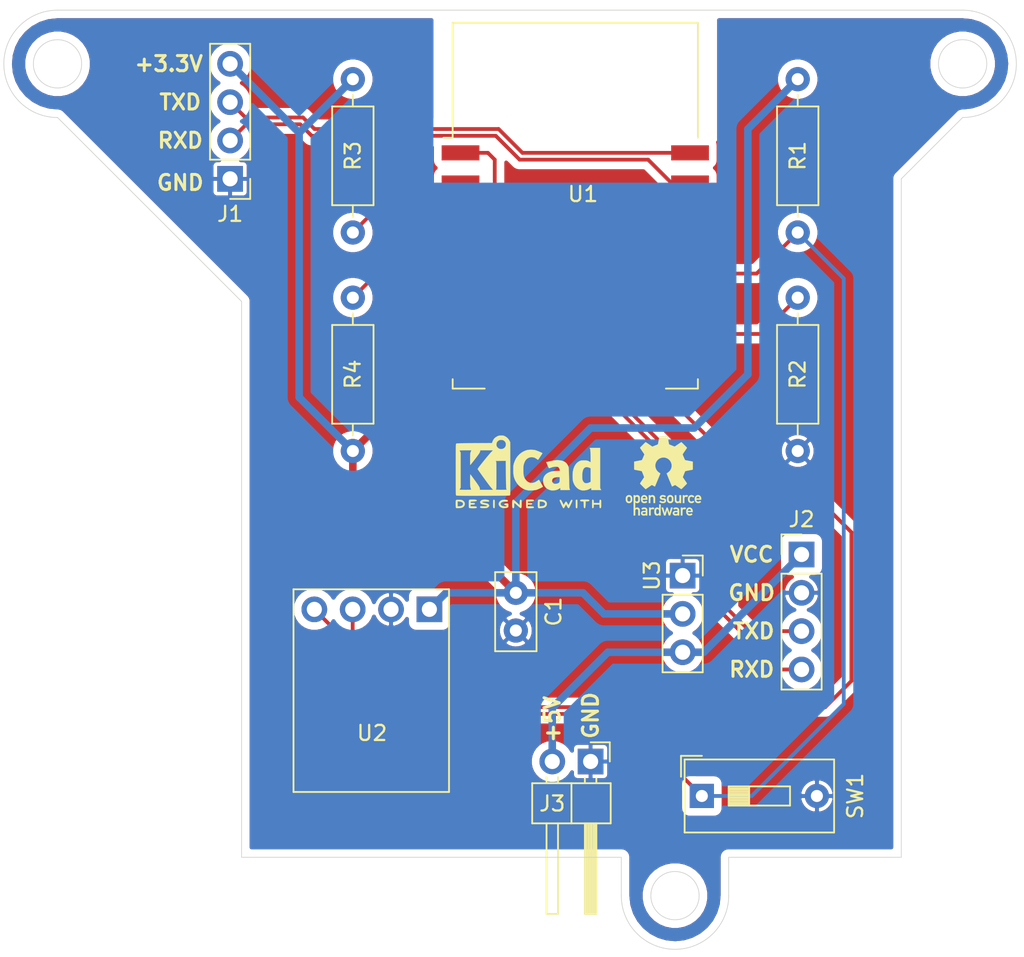
<source format=kicad_pcb>
(kicad_pcb (version 20171130) (host pcbnew "(5.1.10)-1")
  (layers (0 F.Cu signal) (31 B.Cu signal) (34 B.Paste user) (35 F.Paste user) (36 B.SilkS user) (37 F.SilkS user) (38 B.Mask user) (39 F.Mask user) (44 Edge.Cuts user))
  (net 0 "")
  (net 1 GND)
  (net 2 +3V3)
  (net 3 RXD)
  (net 4 TXD)
  (net 5 SDA)
  (net 6 VCC)
  (net 7 "Net-(R2-Pad2)")
  (net 8 "Net-(R3-Pad1)")
  (net 9 RST)
  (net 10 "Net-(U1-Pad7)")
  (net 11 "Net-(U1-Pad6)")
  (net 12 "Net-(U1-Pad5)")
  (net 13 "Net-(U1-Pad2)")
  (net 14 SCL)
  (net 15 SDS_RX)
  (net 16 SDS_TX)
  (module Capacitor_THT:C_Disc_D5.0mm_W2.5mm_P2.50mm (layer F.Cu) (at 140.081 101.854 270)
    (fp_text reference C1 (at 1.25 -2.5 90) (layer F.SilkS))
    (fp_text value C)
    (pad 2 thru_hole circle (at 2.5 0 270) (size 1.6 1.6) (drill 0.8) (layers *.Cu *.Mask) (net 1 GND))
    (pad 1 thru_hole circle (at 0 0 270) (size 1.6 1.6) (drill 0.8) (layers *.Cu *.Mask) (net 2 +3V3))
  )
  (module custom_parts:kicad (layer F.Cu) (at 140.843 93.853)
    (fp_text reference G*** hide)
    (fp_text value LOGO hide)
  )
  (module custom_parts:oshw (layer F.Cu) (at 149.86 94.107)
    (fp_text reference G*** hide)
    (fp_text value LOGO hide)
  )
  (module Connector_PinHeader_2.54mm:PinHeader_1x04_P2.54mm_Vertical (layer F.Cu) (at 159.004 99.314)
    (fp_text reference J2 (at 0 -2.33) (layer F.SilkS))
    (fp_text value Conn_01x04)
    (pad 4 thru_hole oval (at 0 7.62) (size 1.7 1.7) (drill 1) (layers *.Cu *.Mask) (net 16 SDS_TX))
    (pad 3 thru_hole oval (at 0 5.08) (size 1.7 1.7) (drill 1) (layers *.Cu *.Mask) (net 15 SDS_RX))
    (pad 2 thru_hole oval (at 0 2.54) (size 1.7 1.7) (drill 1) (layers *.Cu *.Mask) (net 1 GND))
    (pad 1 thru_hole rect (at 0 0) (size 1.7 1.7) (drill 1) (layers *.Cu *.Mask) (net 6 VCC))
  )
  (module custom_parts:bme280 (layer F.Cu) (at 130.556 107.95 180)
    (fp_text reference U2 (at 0 -3.2) (layer F.SilkS))
    (fp_text value bme280_module)
    (pad 4 thru_hole oval (at 3.82 5 270) (size 1.7 1.7) (drill 1) (layers *.Cu *.Mask) (net 5 SDA))
    (pad 3 thru_hole oval (at 1.28 5 270) (size 1.7 1.7) (drill 1) (layers *.Cu *.Mask) (net 14 SCL))
    (pad 2 thru_hole oval (at -1.26 5 270) (size 1.7 1.7) (drill 1) (layers *.Cu *.Mask) (net 1 GND))
    (pad 1 thru_hole rect (at -3.8 5 270) (size 1.7 1.7) (drill 1) (layers *.Cu *.Mask) (net 2 +3V3))
  )
  (module Connector_PinHeader_2.54mm:PinHeader_1x04_P2.54mm_Vertical (layer F.Cu) (at 121.158 74.422 180)
    (fp_text reference J1 (at 0 -2.33) (layer F.SilkS))
    (fp_text value Conn_01x04)
    (pad 4 thru_hole oval (at 0 7.62 180) (size 1.7 1.7) (drill 1) (layers *.Cu *.Mask) (net 2 +3V3))
    (pad 3 thru_hole oval (at 0 5.08 180) (size 1.7 1.7) (drill 1) (layers *.Cu *.Mask) (net 4 TXD))
    (pad 2 thru_hole oval (at 0 2.54 180) (size 1.7 1.7) (drill 1) (layers *.Cu *.Mask) (net 3 RXD))
    (pad 1 thru_hole rect (at 0 0 180) (size 1.7 1.7) (drill 1) (layers *.Cu *.Mask) (net 1 GND))
  )
  (module Connector_PinSocket_2.54mm:PinSocket_1x03_P2.54mm_Vertical (layer F.Cu) (at 151.13 100.711)
    (fp_text reference U3 (at -2.032 0 -90) (layer F.SilkS))
    (fp_text value AMS1117-3.3)
    (pad 3 thru_hole oval (at 0 5.08) (size 1.7 1.7) (drill 1) (layers *.Cu *.Mask) (net 6 VCC))
    (pad 2 thru_hole oval (at 0 2.54) (size 1.7 1.7) (drill 1) (layers *.Cu *.Mask) (net 2 +3V3))
    (pad 1 thru_hole rect (at 0 0) (size 1.7 1.7) (drill 1) (layers *.Cu *.Mask) (net 1 GND))
  )
  (module custom_parts:ESP-12F (layer F.Cu) (at 144.018 76.2)
    (fp_text reference U1 (at 0.508 -0.762) (layer F.SilkS))
    (fp_text value ESP-12F)
    (pad 22 smd rect (at 7.6 -3.5) (size 2.5 1) (layers F.Cu F.Paste F.Mask) (net 4 TXD))
    (pad 21 smd rect (at 7.6 -1.5) (size 2.5 1) (layers F.Cu F.Paste F.Mask) (net 3 RXD))
    (pad 20 smd rect (at 7.6 0.5) (size 2.5 1) (layers F.Cu F.Paste F.Mask) (net 16 SDS_TX))
    (pad 19 smd rect (at 7.6 2.5) (size 2.5 1) (layers F.Cu F.Paste F.Mask) (net 15 SDS_RX))
    (pad 18 smd rect (at 7.6 4.5) (size 2.5 1) (layers F.Cu F.Paste F.Mask) (net 5 SDA))
    (pad 17 smd rect (at 7.6 6.5) (size 2.5 1) (layers F.Cu F.Paste F.Mask) (net 14 SCL))
    (pad 16 smd rect (at 7.6 8.5) (size 2.5 1) (layers F.Cu F.Paste F.Mask) (net 7 "Net-(R2-Pad2)"))
    (pad 15 smd rect (at 7.6 10.5) (size 2.5 1) (layers F.Cu F.Paste F.Mask) (net 1 GND))
    (pad 8 smd rect (at -7.6 10.5) (size 2.5 1) (layers F.Cu F.Paste F.Mask) (net 2 +3V3))
    (pad 7 smd rect (at -7.6 8.5) (size 2.5 1) (layers F.Cu F.Paste F.Mask) (net 10 "Net-(U1-Pad7)"))
    (pad 6 smd rect (at -7.6 6.5) (size 2.5 1) (layers F.Cu F.Paste F.Mask) (net 11 "Net-(U1-Pad6)"))
    (pad 5 smd rect (at -7.6 4.5) (size 2.5 1) (layers F.Cu F.Paste F.Mask) (net 12 "Net-(U1-Pad5)"))
    (pad 4 smd rect (at -7.6 2.5) (size 2.5 1) (layers F.Cu F.Paste F.Mask) (net 9 RST))
    (pad 3 smd rect (at -7.6 0.5) (size 2.5 1) (layers F.Cu F.Paste F.Mask) (net 8 "Net-(R3-Pad1)"))
    (pad 2 smd rect (at -7.6 -1.5) (size 2.5 1) (layers F.Cu F.Paste F.Mask) (net 13 "Net-(U1-Pad2)"))
    (pad 1 smd rect (at -7.6 -3.5) (size 2.5 1) (layers F.Cu F.Paste F.Mask) (net 9 RST))
  )
  (module Button_Switch_THT:SW_DIP_SPSTx01_Slide_9.78x4.72mm_W7.62mm_P2.54mm (layer F.Cu) (at 152.4 115.316)
    (fp_text reference SW1 (at 10.16 0 90) (layer F.SilkS))
    (fp_text value SW_DIP_x01)
    (pad 2 thru_hole oval (at 7.62 0) (size 1.6 1.6) (drill 0.8) (layers *.Cu *.Mask) (net 1 GND))
    (pad 1 thru_hole rect (at 0 0) (size 1.6 1.6) (drill 0.8) (layers *.Cu *.Mask) (net 5 SDA))
  )
  (module Resistor_THT:R_Axial_DIN0207_L6.3mm_D2.5mm_P10.16mm_Horizontal (layer F.Cu) (at 129.286 82.296 270)
    (fp_text reference R4 (at 5.08 0 90) (layer F.SilkS))
    (fp_text value 10K)
    (pad 2 thru_hole oval (at 10.16 0 270) (size 1.6 1.6) (drill 0.8) (layers *.Cu *.Mask) (net 2 +3V3))
    (pad 1 thru_hole circle (at 0 0 270) (size 1.6 1.6) (drill 0.8) (layers *.Cu *.Mask) (net 9 RST))
  )
  (module Resistor_THT:R_Axial_DIN0207_L6.3mm_D2.5mm_P10.16mm_Horizontal (layer F.Cu) (at 129.286 77.978 90)
    (fp_text reference R3 (at 5.08 0 90) (layer F.SilkS))
    (fp_text value 10K)
    (pad 2 thru_hole oval (at 10.16 0 90) (size 1.6 1.6) (drill 0.8) (layers *.Cu *.Mask) (net 2 +3V3))
    (pad 1 thru_hole circle (at 0 0 90) (size 1.6 1.6) (drill 0.8) (layers *.Cu *.Mask) (net 8 "Net-(R3-Pad1)"))
  )
  (module Resistor_THT:R_Axial_DIN0207_L6.3mm_D2.5mm_P10.16mm_Horizontal (layer F.Cu) (at 158.75 92.456 90)
    (fp_text reference R2 (at 5.08 0 90) (layer F.SilkS))
    (fp_text value 10K)
    (pad 2 thru_hole oval (at 10.16 0 90) (size 1.6 1.6) (drill 0.8) (layers *.Cu *.Mask) (net 7 "Net-(R2-Pad2)"))
    (pad 1 thru_hole circle (at 0 0 90) (size 1.6 1.6) (drill 0.8) (layers *.Cu *.Mask) (net 1 GND))
  )
  (module Resistor_THT:R_Axial_DIN0207_L6.3mm_D2.5mm_P10.16mm_Horizontal (layer F.Cu) (at 158.75 67.818 270)
    (fp_text reference R1 (at 5.08 0 90) (layer F.SilkS))
    (fp_text value 10K)
    (pad 2 thru_hole oval (at 10.16 0 270) (size 1.6 1.6) (drill 0.8) (layers *.Cu *.Mask) (net 5 SDA))
    (pad 1 thru_hole circle (at 0 0 270) (size 1.6 1.6) (drill 0.8) (layers *.Cu *.Mask) (net 2 +3V3))
  )
  (module Connector_PinHeader_2.54mm:PinHeader_1x02_P2.54mm_Horizontal (layer F.Cu) (at 145.034 113.03 270)
    (fp_text reference J3 (at 2.794 2.54 180) (layer F.SilkS))
    (fp_text value Conn_01x02)
    (pad 2 thru_hole oval (at 0 2.54 270) (size 1.7 1.7) (drill 1) (layers *.Cu *.Mask) (net 6 VCC))
    (pad 1 thru_hole rect (at 0 0 270) (size 1.7 1.7) (drill 1) (layers *.Cu *.Mask) (net 1 GND))
  )
  (gr_text RXD (at 155.702 106.934) (layer F.SilkS) (effects (font (size 1 1) (thickness 0.2))))
  (gr_text TXD (at 155.829 104.394) (layer F.SilkS) (effects (font (size 1 1) (thickness 0.2))))
  (gr_text VCC (at 155.702 99.314) (layer F.SilkS) (effects (font (size 1 1) (thickness 0.2))))
  (gr_text GND (at 155.702 101.854) (layer F.SilkS) (effects (font (size 1 1) (thickness 0.2))))
  (gr_arc (start 109.728 66.802) (end 109.728 63.246) (angle -180) (layer Edge.Cuts) (width 0.05))
  (gr_arc (start 169.672 66.802) (end 169.672 70.358) (angle -180) (layer Edge.Cuts) (width 0.05))
  (gr_arc (start 150.622 121.92) (end 147.066 121.92) (angle -180) (layer Edge.Cuts) (width 0.05))
  (gr_text GND (at 145.034 109.982 90) (layer F.SilkS) (effects (font (size 1 1) (thickness 0.2))))
  (gr_text +5V (at 142.494 110.236 90) (layer F.SilkS) (effects (font (size 1 1) (thickness 0.2))))
  (gr_text +3.3V (at 117.094 66.802) (layer F.SilkS) (effects (font (size 1 1) (thickness 0.2))))
  (gr_text TXD (at 117.856 69.342) (layer F.SilkS) (effects (font (size 1 1) (thickness 0.2))))
  (gr_text RXD (at 117.856 71.882) (layer F.SilkS) (effects (font (size 1 1) (thickness 0.2))))
  (gr_text GND (at 117.856 74.676) (layer F.SilkS) (effects (font (size 1 1) (thickness 0.2))))
  (gr_line (start 165.608 74.422) (end 169.672 70.358) (layer Edge.Cuts) (width 0.05))
  (gr_line (start 165.608 119.38) (end 165.608 74.422) (layer Edge.Cuts) (width 0.05))
  (gr_line (start 154.178 119.38) (end 165.608 119.38) (layer Edge.Cuts) (width 0.05))
  (gr_line (start 154.178 121.92) (end 154.178 119.38) (layer Edge.Cuts) (width 0.05))
  (gr_line (start 121.92 82.55) (end 109.728 70.358) (layer Edge.Cuts) (width 0.05))
  (gr_line (start 121.92 119.38) (end 121.92 82.55) (layer Edge.Cuts) (width 0.05))
  (gr_line (start 147.066 119.38) (end 121.92 119.38) (layer Edge.Cuts) (width 0.05))
  (gr_line (start 147.066 121.92) (end 147.066 119.38) (layer Edge.Cuts) (width 0.05))
  (gr_line (start 169.672 63.246) (end 109.728 63.246) (layer Edge.Cuts) (width 0.05))
  (gr_circle (center 150.622 121.92) (end 152.222 121.92) (layer Edge.Cuts) (width 0.05))
  (gr_circle (center 169.672 66.802) (end 171.272 66.802) (layer Edge.Cuts) (width 0.05))
  (gr_circle (center 109.728 66.802) (end 111.328 66.802) (layer Edge.Cuts) (width 0.05))
  (segment (start 135.042 86.7) (end 129.286 92.456) (width 0.5) (layer F.Cu) (net 2))
  (segment (start 136.418 86.7) (end 135.042 86.7) (width 0.5) (layer F.Cu) (net 2))
  (segment (start 140.081 101.854) (end 144.526 101.854) (width 0.5) (layer B.Cu) (net 2))
  (segment (start 145.923 103.251) (end 151.13 103.251) (width 0.5) (layer B.Cu) (net 2))
  (segment (start 144.526 101.854) (end 145.923 103.251) (width 0.5) (layer B.Cu) (net 2))
  (segment (start 135.452 101.854) (end 134.356 102.95) (width 0.5) (layer B.Cu) (net 2))
  (segment (start 140.081 101.854) (end 135.452 101.854) (width 0.5) (layer B.Cu) (net 2))
  (segment (start 155.448 87.376) (end 151.892 90.932) (width 0.5) (layer B.Cu) (net 2))
  (segment (start 155.448 71.12) (end 155.448 87.376) (width 0.5) (layer B.Cu) (net 2))
  (segment (start 158.75 67.818) (end 155.448 71.12) (width 0.5) (layer B.Cu) (net 2))
  (segment (start 140.081 101.854) (end 140.081 95.885) (width 0.5) (layer B.Cu) (net 2))
  (segment (start 145.034 90.932) (end 151.892 90.932) (width 0.5) (layer B.Cu) (net 2))
  (segment (start 140.081 95.885) (end 145.034 90.932) (width 0.5) (layer B.Cu) (net 2))
  (segment (start 140.081 101.854) (end 136.906 98.679) (width 0.5) (layer F.Cu) (net 2))
  (segment (start 136.906 98.679) (end 131.699 98.679) (width 0.5) (layer F.Cu) (net 2))
  (segment (start 129.286 96.266) (end 129.286 92.456) (width 0.5) (layer F.Cu) (net 2))
  (segment (start 131.699 98.679) (end 129.286 96.266) (width 0.5) (layer F.Cu) (net 2))
  (segment (start 129.286 92.456) (end 125.73 88.9) (width 0.5) (layer B.Cu) (net 2))
  (segment (start 125.73 71.374) (end 125.73 71.9455) (width 0.5) (layer B.Cu) (net 2))
  (segment (start 129.286 67.818) (end 125.73 71.374) (width 0.5) (layer B.Cu) (net 2))
  (segment (start 125.73 88.9) (end 125.73 71.9455) (width 0.5) (layer B.Cu) (net 2))
  (segment (start 121.158 66.802) (end 125.73 71.374) (width 0.5) (layer B.Cu) (net 2))
  (segment (start 121.158 71.882) (end 122.23199 70.80801) (width 0.25) (layer F.Cu) (net 3))
  (segment (start 125.7976 70.80801) (end 126.5596 71.57001) (width 0.25) (layer F.Cu) (net 3))
  (segment (start 122.23199 70.80801) (end 125.7976 70.80801) (width 0.25) (layer F.Cu) (net 3))
  (segment (start 138.7516 71.57001) (end 140.33359 73.152) (width 0.25) (layer F.Cu) (net 3))
  (segment (start 126.5596 71.57001) (end 138.7516 71.57001) (width 0.25) (layer F.Cu) (net 3))
  (segment (start 140.33359 73.152) (end 148.844 73.152) (width 0.25) (layer F.Cu) (net 3))
  (segment (start 150.392 74.7) (end 151.618 74.7) (width 0.25) (layer F.Cu) (net 3))
  (segment (start 148.844 73.152) (end 150.392 74.7) (width 0.25) (layer F.Cu) (net 3))
  (segment (start 151.618 72.7) (end 140.518 72.7) (width 0.25) (layer F.Cu) (net 4))
  (segment (start 140.518 72.7) (end 138.938 71.12) (width 0.25) (layer F.Cu) (net 4))
  (segment (start 138.938 71.12) (end 126.746 71.12) (width 0.25) (layer F.Cu) (net 4))
  (segment (start 126.746 71.12) (end 125.984 70.358) (width 0.25) (layer F.Cu) (net 4))
  (segment (start 122.174 70.358) (end 121.158 69.342) (width 0.25) (layer F.Cu) (net 4))
  (segment (start 125.984 70.358) (end 122.174 70.358) (width 0.25) (layer F.Cu) (net 4))
  (segment (start 156.028 80.7) (end 158.75 77.978) (width 0.25) (layer F.Cu) (net 5))
  (segment (start 151.618 80.7) (end 156.028 80.7) (width 0.25) (layer F.Cu) (net 5))
  (segment (start 152.4 115.316) (end 155.702 115.316) (width 0.25) (layer B.Cu) (net 5))
  (segment (start 155.702 115.316) (end 161.798 109.22) (width 0.25) (layer B.Cu) (net 5))
  (segment (start 161.798 81.026) (end 158.75 77.978) (width 0.25) (layer B.Cu) (net 5))
  (segment (start 161.798 109.22) (end 161.798 81.026) (width 0.25) (layer B.Cu) (net 5))
  (segment (start 152.4 115.316) (end 146.9644 109.8804) (width 0.25) (layer F.Cu) (net 5))
  (segment (start 133.6664 109.8804) (end 126.736 102.95) (width 0.25) (layer F.Cu) (net 5))
  (segment (start 146.9644 109.8804) (end 133.6664 109.8804) (width 0.25) (layer F.Cu) (net 5))
  (segment (start 151.13 105.791) (end 146.177 105.791) (width 0.5) (layer B.Cu) (net 6))
  (segment (start 142.494 109.474) (end 142.494 113.03) (width 0.5) (layer B.Cu) (net 6))
  (segment (start 146.177 105.791) (end 142.494 109.474) (width 0.5) (layer B.Cu) (net 6))
  (segment (start 152.527 105.791) (end 159.004 99.314) (width 0.5) (layer B.Cu) (net 6))
  (segment (start 151.13 105.791) (end 152.527 105.791) (width 0.5) (layer B.Cu) (net 6))
  (segment (start 156.346 84.7) (end 158.75 82.296) (width 0.25) (layer F.Cu) (net 7))
  (segment (start 151.618 84.7) (end 156.346 84.7) (width 0.25) (layer F.Cu) (net 7))
  (segment (start 130.564 76.7) (end 136.418 76.7) (width 0.25) (layer F.Cu) (net 8))
  (segment (start 129.286 77.978) (end 130.564 76.7) (width 0.25) (layer F.Cu) (net 8))
  (segment (start 132.882 78.7) (end 136.418 78.7) (width 0.25) (layer F.Cu) (net 9))
  (segment (start 129.286 82.296) (end 132.882 78.7) (width 0.25) (layer F.Cu) (net 9))
  (segment (start 136.418 78.7) (end 138.216 78.7) (width 0.25) (layer F.Cu) (net 9))
  (segment (start 138.216 78.7) (end 138.684 78.232) (width 0.25) (layer F.Cu) (net 9))
  (segment (start 138.684 78.232) (end 138.684 73.152) (width 0.25) (layer F.Cu) (net 9))
  (segment (start 138.232 72.7) (end 136.418 72.7) (width 0.25) (layer F.Cu) (net 9))
  (segment (start 138.684 73.152) (end 138.232 72.7) (width 0.25) (layer F.Cu) (net 9))
  (segment (start 150.118 82.7) (end 151.618 82.7) (width 0.25) (layer F.Cu) (net 14))
  (segment (start 149.2504 83.5676) (end 150.118 82.7) (width 0.25) (layer F.Cu) (net 14))
  (segment (start 160.1724 95.7072) (end 156.972 95.7072) (width 0.25) (layer F.Cu) (net 14))
  (segment (start 154.336911 108.673393) (end 154.359099 108.609984) (width 0.25) (layer F.Cu) (net 14))
  (segment (start 156.559555 110.390921) (end 156.616436 110.35518) (width 0.25) (layer F.Cu) (net 14))
  (segment (start 155.359555 110.390921) (end 155.416436 110.35518) (width 0.25) (layer F.Cu) (net 14))
  (segment (start 154.29968 110.250796) (end 154.321868 110.187387) (width 0.25) (layer F.Cu) (net 14))
  (segment (start 154.863939 108.553103) (end 154.89968 108.609984) (width 0.25) (layer F.Cu) (net 14))
  (segment (start 155.52939 108.740149) (end 155.536911 108.673393) (width 0.25) (layer F.Cu) (net 14))
  (segment (start 154.159555 110.390921) (end 154.216436 110.35518) (width 0.25) (layer F.Cu) (net 14))
  (segment (start 154.216436 110.35518) (end 154.263939 110.307677) (width 0.25) (layer F.Cu) (net 14))
  (segment (start 152.59484 110.307677) (end 152.642343 110.35518) (width 0.25) (layer F.Cu) (net 14))
  (segment (start 156.759099 109.600224) (end 156.79484 109.543343) (width 0.25) (layer F.Cu) (net 14))
  (segment (start 155.099224 110.390921) (end 155.162633 110.413109) (width 0.25) (layer F.Cu) (net 14))
  (segment (start 155.642343 108.5056) (end 155.699224 108.469859) (width 0.25) (layer F.Cu) (net 14))
  (segment (start 154.816436 108.5056) (end 154.863939 108.553103) (width 0.25) (layer F.Cu) (net 14))
  (segment (start 153.962633 110.413109) (end 154.02939 110.420631) (width 0.25) (layer F.Cu) (net 14))
  (segment (start 152.22939 109.43039) (end 152.296146 109.437911) (width 0.25) (layer F.Cu) (net 14))
  (segment (start 155.162633 110.413109) (end 155.22939 110.420631) (width 0.25) (layer F.Cu) (net 14))
  (segment (start 152.296146 109.437911) (end 152.359555 109.460099) (width 0.25) (layer F.Cu) (net 14))
  (segment (start 153.72939 110.120631) (end 153.736911 110.187387) (width 0.25) (layer F.Cu) (net 14))
  (segment (start 154.921868 108.673393) (end 154.92939 108.740149) (width 0.25) (layer F.Cu) (net 14))
  (segment (start 152.762633 110.413109) (end 152.82939 110.420631) (width 0.25) (layer F.Cu) (net 14))
  (segment (start 153.72939 108.740149) (end 153.72939 110.120631) (width 0.25) (layer F.Cu) (net 14))
  (segment (start 153.899224 110.390921) (end 153.962633 110.413109) (width 0.25) (layer F.Cu) (net 14))
  (segment (start 152.463939 109.543343) (end 152.49968 109.600224) (width 0.25) (layer F.Cu) (net 14))
  (segment (start 149.2504 87.9856) (end 149.2504 83.5676) (width 0.25) (layer F.Cu) (net 14))
  (segment (start 155.52939 110.120631) (end 155.52939 108.740149) (width 0.25) (layer F.Cu) (net 14))
  (segment (start 153.721868 108.673393) (end 153.72939 108.740149) (width 0.25) (layer F.Cu) (net 14))
  (segment (start 152.49968 109.600224) (end 152.521868 109.663633) (width 0.25) (layer F.Cu) (net 14))
  (segment (start 153.559555 108.469859) (end 153.616436 108.5056) (width 0.25) (layer F.Cu) (net 14))
  (segment (start 154.263939 110.307677) (end 154.29968 110.250796) (width 0.25) (layer F.Cu) (net 14))
  (segment (start 133.8528 109.43039) (end 152.22939 109.43039) (width 0.25) (layer F.Cu) (net 14))
  (segment (start 155.49968 110.250796) (end 155.521868 110.187387) (width 0.25) (layer F.Cu) (net 14))
  (segment (start 154.32939 110.120631) (end 154.32939 108.740149) (width 0.25) (layer F.Cu) (net 14))
  (segment (start 153.016436 110.35518) (end 153.063939 110.307677) (width 0.25) (layer F.Cu) (net 14))
  (segment (start 155.296146 110.413109) (end 155.359555 110.390921) (width 0.25) (layer F.Cu) (net 14))
  (segment (start 153.842343 110.35518) (end 153.899224 110.390921) (width 0.25) (layer F.Cu) (net 14))
  (segment (start 152.559099 110.250796) (end 152.59484 110.307677) (width 0.25) (layer F.Cu) (net 14))
  (segment (start 156.616436 110.35518) (end 156.663939 110.307677) (width 0.25) (layer F.Cu) (net 14))
  (segment (start 155.59484 108.553103) (end 155.642343 108.5056) (width 0.25) (layer F.Cu) (net 14))
  (segment (start 129.276 102.95) (end 129.276 104.85359) (width 0.25) (layer F.Cu) (net 14))
  (segment (start 153.242343 108.5056) (end 153.299224 108.469859) (width 0.25) (layer F.Cu) (net 14))
  (segment (start 156.016436 108.5056) (end 156.063939 108.553103) (width 0.25) (layer F.Cu) (net 14))
  (segment (start 153.69968 108.609984) (end 153.721868 108.673393) (width 0.25) (layer F.Cu) (net 14))
  (segment (start 153.19484 108.553103) (end 153.242343 108.5056) (width 0.25) (layer F.Cu) (net 14))
  (segment (start 154.39484 108.553103) (end 154.442343 108.5056) (width 0.25) (layer F.Cu) (net 14))
  (segment (start 153.299224 108.469859) (end 153.362633 108.447671) (width 0.25) (layer F.Cu) (net 14))
  (segment (start 152.52939 110.120631) (end 152.536911 110.187387) (width 0.25) (layer F.Cu) (net 14))
  (segment (start 156.159099 110.250796) (end 156.19484 110.307677) (width 0.25) (layer F.Cu) (net 14))
  (segment (start 155.762633 108.447671) (end 155.82939 108.440149) (width 0.25) (layer F.Cu) (net 14))
  (segment (start 154.02939 110.420631) (end 154.096146 110.413109) (width 0.25) (layer F.Cu) (net 14))
  (segment (start 152.52939 109.73039) (end 152.52939 110.120631) (width 0.25) (layer F.Cu) (net 14))
  (segment (start 156.962633 109.437911) (end 157.02939 109.43039) (width 0.25) (layer F.Cu) (net 14))
  (segment (start 154.92939 108.740149) (end 154.92939 110.120631) (width 0.25) (layer F.Cu) (net 14))
  (segment (start 154.359099 108.609984) (end 154.39484 108.553103) (width 0.25) (layer F.Cu) (net 14))
  (segment (start 154.959099 110.250796) (end 154.99484 110.307677) (width 0.25) (layer F.Cu) (net 14))
  (segment (start 156.721868 110.187387) (end 156.72939 110.120631) (width 0.25) (layer F.Cu) (net 14))
  (segment (start 152.82939 110.420631) (end 152.896146 110.413109) (width 0.25) (layer F.Cu) (net 14))
  (segment (start 156.72939 110.120631) (end 156.72939 109.73039) (width 0.25) (layer F.Cu) (net 14))
  (segment (start 155.521868 110.187387) (end 155.52939 110.120631) (width 0.25) (layer F.Cu) (net 14))
  (segment (start 152.536911 110.187387) (end 152.559099 110.250796) (width 0.25) (layer F.Cu) (net 14))
  (segment (start 153.759099 110.250796) (end 153.79484 110.307677) (width 0.25) (layer F.Cu) (net 14))
  (segment (start 152.416436 109.49584) (end 152.463939 109.543343) (width 0.25) (layer F.Cu) (net 14))
  (segment (start 156.362633 110.413109) (end 156.42939 110.420631) (width 0.25) (layer F.Cu) (net 14))
  (segment (start 156.09968 108.609984) (end 156.121868 108.673393) (width 0.25) (layer F.Cu) (net 14))
  (segment (start 154.096146 110.413109) (end 154.159555 110.390921) (width 0.25) (layer F.Cu) (net 14))
  (segment (start 152.359555 109.460099) (end 152.416436 109.49584) (width 0.25) (layer F.Cu) (net 14))
  (segment (start 155.896146 108.447671) (end 155.959555 108.469859) (width 0.25) (layer F.Cu) (net 14))
  (segment (start 153.79484 110.307677) (end 153.842343 110.35518) (width 0.25) (layer F.Cu) (net 14))
  (segment (start 155.536911 108.673393) (end 155.559099 108.609984) (width 0.25) (layer F.Cu) (net 14))
  (segment (start 153.121868 110.187387) (end 153.12939 110.120631) (width 0.25) (layer F.Cu) (net 14))
  (segment (start 153.663939 108.553103) (end 153.69968 108.609984) (width 0.25) (layer F.Cu) (net 14))
  (segment (start 129.276 104.85359) (end 133.8528 109.43039) (width 0.25) (layer F.Cu) (net 14))
  (segment (start 154.99484 110.307677) (end 155.042343 110.35518) (width 0.25) (layer F.Cu) (net 14))
  (segment (start 152.642343 110.35518) (end 152.699224 110.390921) (width 0.25) (layer F.Cu) (net 14))
  (segment (start 156.136911 110.187387) (end 156.159099 110.250796) (width 0.25) (layer F.Cu) (net 14))
  (segment (start 155.82939 108.440149) (end 155.896146 108.447671) (width 0.25) (layer F.Cu) (net 14))
  (segment (start 153.616436 108.5056) (end 153.663939 108.553103) (width 0.25) (layer F.Cu) (net 14))
  (segment (start 154.562633 108.447671) (end 154.62939 108.440149) (width 0.25) (layer F.Cu) (net 14))
  (segment (start 152.699224 110.390921) (end 152.762633 110.413109) (width 0.25) (layer F.Cu) (net 14))
  (segment (start 155.416436 110.35518) (end 155.463939 110.307677) (width 0.25) (layer F.Cu) (net 14))
  (segment (start 153.42939 108.440149) (end 153.496146 108.447671) (width 0.25) (layer F.Cu) (net 14))
  (segment (start 152.959555 110.390921) (end 153.016436 110.35518) (width 0.25) (layer F.Cu) (net 14))
  (segment (start 152.521868 109.663633) (end 152.52939 109.73039) (width 0.25) (layer F.Cu) (net 14))
  (segment (start 154.499224 108.469859) (end 154.562633 108.447671) (width 0.25) (layer F.Cu) (net 14))
  (segment (start 156.972 95.7072) (end 149.2504 87.9856) (width 0.25) (layer F.Cu) (net 14))
  (segment (start 155.22939 110.420631) (end 155.296146 110.413109) (width 0.25) (layer F.Cu) (net 14))
  (segment (start 154.442343 108.5056) (end 154.499224 108.469859) (width 0.25) (layer F.Cu) (net 14))
  (segment (start 153.063939 110.307677) (end 153.09968 110.250796) (width 0.25) (layer F.Cu) (net 14))
  (segment (start 156.063939 108.553103) (end 156.09968 108.609984) (width 0.25) (layer F.Cu) (net 14))
  (segment (start 153.09968 110.250796) (end 153.121868 110.187387) (width 0.25) (layer F.Cu) (net 14))
  (segment (start 156.663939 110.307677) (end 156.69968 110.250796) (width 0.25) (layer F.Cu) (net 14))
  (segment (start 155.959555 108.469859) (end 156.016436 108.5056) (width 0.25) (layer F.Cu) (net 14))
  (segment (start 156.242343 110.35518) (end 156.299224 110.390921) (width 0.25) (layer F.Cu) (net 14))
  (segment (start 152.896146 110.413109) (end 152.959555 110.390921) (width 0.25) (layer F.Cu) (net 14))
  (segment (start 154.32939 108.740149) (end 154.336911 108.673393) (width 0.25) (layer F.Cu) (net 14))
  (segment (start 153.12939 110.120631) (end 153.12939 108.740149) (width 0.25) (layer F.Cu) (net 14))
  (segment (start 157.02939 109.43039) (end 160.57161 109.43039) (width 0.25) (layer F.Cu) (net 14))
  (segment (start 154.759555 108.469859) (end 154.816436 108.5056) (width 0.25) (layer F.Cu) (net 14))
  (segment (start 154.321868 110.187387) (end 154.32939 110.120631) (width 0.25) (layer F.Cu) (net 14))
  (segment (start 153.496146 108.447671) (end 153.559555 108.469859) (width 0.25) (layer F.Cu) (net 14))
  (segment (start 153.12939 108.740149) (end 153.136911 108.673393) (width 0.25) (layer F.Cu) (net 14))
  (segment (start 156.299224 110.390921) (end 156.362633 110.413109) (width 0.25) (layer F.Cu) (net 14))
  (segment (start 155.559099 108.609984) (end 155.59484 108.553103) (width 0.25) (layer F.Cu) (net 14))
  (segment (start 156.12939 110.120631) (end 156.136911 110.187387) (width 0.25) (layer F.Cu) (net 14))
  (segment (start 153.362633 108.447671) (end 153.42939 108.440149) (width 0.25) (layer F.Cu) (net 14))
  (segment (start 153.136911 108.673393) (end 153.159099 108.609984) (width 0.25) (layer F.Cu) (net 14))
  (segment (start 156.899224 109.460099) (end 156.962633 109.437911) (width 0.25) (layer F.Cu) (net 14))
  (segment (start 154.89968 108.609984) (end 154.921868 108.673393) (width 0.25) (layer F.Cu) (net 14))
  (segment (start 162.306 97.8408) (end 160.1724 95.7072) (width 0.25) (layer F.Cu) (net 14))
  (segment (start 153.736911 110.187387) (end 153.759099 110.250796) (width 0.25) (layer F.Cu) (net 14))
  (segment (start 153.159099 108.609984) (end 153.19484 108.553103) (width 0.25) (layer F.Cu) (net 14))
  (segment (start 162.306 107.696) (end 162.306 97.8408) (width 0.25) (layer F.Cu) (net 14))
  (segment (start 154.92939 110.120631) (end 154.936911 110.187387) (width 0.25) (layer F.Cu) (net 14))
  (segment (start 154.62939 108.440149) (end 154.696146 108.447671) (width 0.25) (layer F.Cu) (net 14))
  (segment (start 154.696146 108.447671) (end 154.759555 108.469859) (width 0.25) (layer F.Cu) (net 14))
  (segment (start 156.72939 109.73039) (end 156.736911 109.663633) (width 0.25) (layer F.Cu) (net 14))
  (segment (start 154.936911 110.187387) (end 154.959099 110.250796) (width 0.25) (layer F.Cu) (net 14))
  (segment (start 160.57161 109.43039) (end 162.306 107.696) (width 0.25) (layer F.Cu) (net 14))
  (segment (start 155.042343 110.35518) (end 155.099224 110.390921) (width 0.25) (layer F.Cu) (net 14))
  (segment (start 156.12939 108.740149) (end 156.12939 110.120631) (width 0.25) (layer F.Cu) (net 14))
  (segment (start 155.463939 110.307677) (end 155.49968 110.250796) (width 0.25) (layer F.Cu) (net 14))
  (segment (start 155.699224 108.469859) (end 155.762633 108.447671) (width 0.25) (layer F.Cu) (net 14))
  (segment (start 156.69968 110.250796) (end 156.721868 110.187387) (width 0.25) (layer F.Cu) (net 14))
  (segment (start 156.736911 109.663633) (end 156.759099 109.600224) (width 0.25) (layer F.Cu) (net 14))
  (segment (start 156.121868 108.673393) (end 156.12939 108.740149) (width 0.25) (layer F.Cu) (net 14))
  (segment (start 156.42939 110.420631) (end 156.496146 110.413109) (width 0.25) (layer F.Cu) (net 14))
  (segment (start 156.19484 110.307677) (end 156.242343 110.35518) (width 0.25) (layer F.Cu) (net 14))
  (segment (start 156.496146 110.413109) (end 156.559555 110.390921) (width 0.25) (layer F.Cu) (net 14))
  (segment (start 156.79484 109.543343) (end 156.842343 109.49584) (width 0.25) (layer F.Cu) (net 14))
  (segment (start 156.842343 109.49584) (end 156.899224 109.460099) (width 0.25) (layer F.Cu) (net 14))
  (segment (start 148.63 78.7) (end 151.618 78.7) (width 0.25) (layer F.Cu) (net 15))
  (segment (start 147.33601 78.7) (end 148.63 78.7) (width 0.25) (layer F.Cu) (net 15))
  (segment (start 146.80481 79.2312) (end 147.33601 78.7) (width 0.25) (layer F.Cu) (net 15))
  (segment (start 146.80481 89.0184) (end 146.80481 79.2312) (width 0.25) (layer F.Cu) (net 15))
  (segment (start 154.177999 96.391589) (end 146.80481 89.0184) (width 0.25) (layer F.Cu) (net 15))
  (segment (start 154.178 97.786503) (end 154.177999 96.391589) (width 0.25) (layer F.Cu) (net 15))
  (segment (start 154.177999 97.9365) (end 154.178 97.786503) (width 0.25) (layer F.Cu) (net 15))
  (segment (start 154.177996 97.936498) (end 154.177999 97.9365) (width 0.25) (layer F.Cu) (net 15))
  (segment (start 154.185518 98.003254) (end 154.177996 97.936498) (width 0.25) (layer F.Cu) (net 15))
  (segment (start 154.207706 98.066663) (end 154.185518 98.003254) (width 0.25) (layer F.Cu) (net 15))
  (segment (start 154.243447 98.123545) (end 154.207706 98.066663) (width 0.25) (layer F.Cu) (net 15))
  (segment (start 154.41124 98.228976) (end 154.347831 98.206788) (width 0.25) (layer F.Cu) (net 15))
  (segment (start 154.477997 98.236498) (end 154.41124 98.228976) (width 0.25) (layer F.Cu) (net 15))
  (segment (start 154.767516 98.266207) (end 154.704107 98.244019) (width 0.25) (layer F.Cu) (net 15))
  (segment (start 154.8719 98.349451) (end 154.824397 98.301948) (width 0.25) (layer F.Cu) (net 15))
  (segment (start 154.929829 98.469741) (end 154.907641 98.406332) (width 0.25) (layer F.Cu) (net 15))
  (segment (start 154.937351 98.536498) (end 154.929829 98.469741) (width 0.25) (layer F.Cu) (net 15))
  (segment (start 154.907642 98.666664) (end 154.92983 98.603255) (width 0.25) (layer F.Cu) (net 15))
  (segment (start 154.704108 98.828977) (end 154.767517 98.806789) (width 0.25) (layer F.Cu) (net 15))
  (segment (start 154.637352 98.836498) (end 154.704108 98.828977) (width 0.25) (layer F.Cu) (net 15))
  (segment (start 154.477999 98.836499) (end 154.637352 98.836498) (width 0.25) (layer F.Cu) (net 15))
  (segment (start 154.347834 98.866209) (end 154.411243 98.844021) (width 0.25) (layer F.Cu) (net 15))
  (segment (start 154.24345 98.949453) (end 154.290953 98.90195) (width 0.25) (layer F.Cu) (net 15))
  (segment (start 154.185521 99.069743) (end 154.207709 99.006334) (width 0.25) (layer F.Cu) (net 15))
  (segment (start 154.178 99.1365) (end 154.185521 99.069743) (width 0.25) (layer F.Cu) (net 15))
  (segment (start 154.177996 99.136498) (end 154.178 99.1365) (width 0.25) (layer F.Cu) (net 15))
  (segment (start 154.185518 99.203254) (end 154.177996 99.136498) (width 0.25) (layer F.Cu) (net 15))
  (segment (start 154.207706 99.266663) (end 154.185518 99.203254) (width 0.25) (layer F.Cu) (net 15))
  (segment (start 154.477997 100.636498) (end 154.41124 100.628976) (width 0.25) (layer F.Cu) (net 15))
  (segment (start 154.63735 100.636498) (end 154.477997 100.636498) (width 0.25) (layer F.Cu) (net 15))
  (segment (start 154.704107 100.644019) (end 154.63735 100.636498) (width 0.25) (layer F.Cu) (net 15))
  (segment (start 154.824398 101.171048) (end 154.871901 101.123545) (width 0.25) (layer F.Cu) (net 15))
  (segment (start 154.411243 98.844021) (end 154.477999 98.836499) (width 0.25) (layer F.Cu) (net 15))
  (segment (start 154.767516 100.666207) (end 154.704107 100.644019) (width 0.25) (layer F.Cu) (net 15))
  (segment (start 154.824397 100.701948) (end 154.767516 100.666207) (width 0.25) (layer F.Cu) (net 15))
  (segment (start 154.185521 101.469743) (end 154.207709 101.406334) (width 0.25) (layer F.Cu) (net 15))
  (segment (start 154.937351 100.936498) (end 154.929829 100.869741) (width 0.25) (layer F.Cu) (net 15))
  (segment (start 154.29095 99.371047) (end 154.243447 99.323545) (width 0.25) (layer F.Cu) (net 15))
  (segment (start 154.871901 101.123545) (end 154.907642 101.066664) (width 0.25) (layer F.Cu) (net 15))
  (segment (start 154.347831 99.406788) (end 154.29095 99.371047) (width 0.25) (layer F.Cu) (net 15))
  (segment (start 154.8719 100.749451) (end 154.824397 100.701948) (width 0.25) (layer F.Cu) (net 15))
  (segment (start 154.704107 98.244019) (end 154.63735 98.236498) (width 0.25) (layer F.Cu) (net 15))
  (segment (start 159.004 104.394) (end 155.57641 104.394) (width 0.25) (layer F.Cu) (net 15))
  (segment (start 154.767517 101.206789) (end 154.824398 101.171048) (width 0.25) (layer F.Cu) (net 15))
  (segment (start 154.207709 99.006334) (end 154.24345 98.949453) (width 0.25) (layer F.Cu) (net 15))
  (segment (start 154.347831 100.606788) (end 154.29095 100.571047) (width 0.25) (layer F.Cu) (net 15))
  (segment (start 154.178 101.5365) (end 154.185521 101.469743) (width 0.25) (layer F.Cu) (net 15))
  (segment (start 154.41124 100.628976) (end 154.347831 100.606788) (width 0.25) (layer F.Cu) (net 15))
  (segment (start 154.207709 101.406334) (end 154.24345 101.349453) (width 0.25) (layer F.Cu) (net 15))
  (segment (start 154.477999 101.236499) (end 154.637352 101.236498) (width 0.25) (layer F.Cu) (net 15))
  (segment (start 154.92983 98.603255) (end 154.937351 98.536498) (width 0.25) (layer F.Cu) (net 15))
  (segment (start 154.411243 101.244021) (end 154.477999 101.236499) (width 0.25) (layer F.Cu) (net 15))
  (segment (start 154.290953 101.30195) (end 154.347834 101.266209) (width 0.25) (layer F.Cu) (net 15))
  (segment (start 154.824397 99.501948) (end 154.767516 99.466207) (width 0.25) (layer F.Cu) (net 15))
  (segment (start 154.929829 100.869741) (end 154.907641 100.806332) (width 0.25) (layer F.Cu) (net 15))
  (segment (start 154.63735 98.236498) (end 154.477997 98.236498) (width 0.25) (layer F.Cu) (net 15))
  (segment (start 154.92983 101.003255) (end 154.937351 100.936498) (width 0.25) (layer F.Cu) (net 15))
  (segment (start 154.704108 101.228977) (end 154.767517 101.206789) (width 0.25) (layer F.Cu) (net 15))
  (segment (start 154.767517 98.806789) (end 154.824398 98.771048) (width 0.25) (layer F.Cu) (net 15))
  (segment (start 154.29095 100.571047) (end 154.243447 100.523545) (width 0.25) (layer F.Cu) (net 15))
  (segment (start 154.704108 100.028977) (end 154.767517 100.006789) (width 0.25) (layer F.Cu) (net 15))
  (segment (start 154.871901 98.723545) (end 154.907642 98.666664) (width 0.25) (layer F.Cu) (net 15))
  (segment (start 154.243447 100.523545) (end 154.207706 100.466663) (width 0.25) (layer F.Cu) (net 15))
  (segment (start 154.637352 100.036498) (end 154.704108 100.028977) (width 0.25) (layer F.Cu) (net 15))
  (segment (start 154.178 102.99559) (end 154.178 101.5365) (width 0.25) (layer F.Cu) (net 15))
  (segment (start 154.207706 100.466663) (end 154.185518 100.403254) (width 0.25) (layer F.Cu) (net 15))
  (segment (start 154.290953 98.90195) (end 154.347834 98.866209) (width 0.25) (layer F.Cu) (net 15))
  (segment (start 154.185518 100.403254) (end 154.177996 100.336498) (width 0.25) (layer F.Cu) (net 15))
  (segment (start 154.477997 99.436498) (end 154.41124 99.428976) (width 0.25) (layer F.Cu) (net 15))
  (segment (start 154.178 100.3365) (end 154.185521 100.269743) (width 0.25) (layer F.Cu) (net 15))
  (segment (start 154.347831 98.206788) (end 154.29095 98.171047) (width 0.25) (layer F.Cu) (net 15))
  (segment (start 154.185521 100.269743) (end 154.207709 100.206334) (width 0.25) (layer F.Cu) (net 15))
  (segment (start 154.243447 99.323545) (end 154.207706 99.266663) (width 0.25) (layer F.Cu) (net 15))
  (segment (start 154.207709 100.206334) (end 154.24345 100.149453) (width 0.25) (layer F.Cu) (net 15))
  (segment (start 154.824398 98.771048) (end 154.871901 98.723545) (width 0.25) (layer F.Cu) (net 15))
  (segment (start 154.907642 101.066664) (end 154.92983 101.003255) (width 0.25) (layer F.Cu) (net 15))
  (segment (start 154.8719 99.549451) (end 154.824397 99.501948) (width 0.25) (layer F.Cu) (net 15))
  (segment (start 154.24345 101.349453) (end 154.290953 101.30195) (width 0.25) (layer F.Cu) (net 15))
  (segment (start 154.929829 99.669741) (end 154.907641 99.606332) (width 0.25) (layer F.Cu) (net 15))
  (segment (start 154.24345 100.149453) (end 154.290953 100.10195) (width 0.25) (layer F.Cu) (net 15))
  (segment (start 154.29095 98.171047) (end 154.243447 98.123545) (width 0.25) (layer F.Cu) (net 15))
  (segment (start 154.907641 99.606332) (end 154.8719 99.549451) (width 0.25) (layer F.Cu) (net 15))
  (segment (start 154.290953 100.10195) (end 154.347834 100.066209) (width 0.25) (layer F.Cu) (net 15))
  (segment (start 155.57641 104.394) (end 154.178 102.99559) (width 0.25) (layer F.Cu) (net 15))
  (segment (start 154.347834 100.066209) (end 154.411243 100.044021) (width 0.25) (layer F.Cu) (net 15))
  (segment (start 154.824397 98.301948) (end 154.767516 98.266207) (width 0.25) (layer F.Cu) (net 15))
  (segment (start 154.347834 101.266209) (end 154.411243 101.244021) (width 0.25) (layer F.Cu) (net 15))
  (segment (start 154.177996 100.336498) (end 154.178 100.3365) (width 0.25) (layer F.Cu) (net 15))
  (segment (start 154.937351 99.736498) (end 154.929829 99.669741) (width 0.25) (layer F.Cu) (net 15))
  (segment (start 154.477999 100.036499) (end 154.637352 100.036498) (width 0.25) (layer F.Cu) (net 15))
  (segment (start 154.767517 100.006789) (end 154.824398 99.971048) (width 0.25) (layer F.Cu) (net 15))
  (segment (start 154.824398 99.971048) (end 154.871901 99.923545) (width 0.25) (layer F.Cu) (net 15))
  (segment (start 154.871901 99.923545) (end 154.907642 99.866664) (width 0.25) (layer F.Cu) (net 15))
  (segment (start 154.907642 99.866664) (end 154.92983 99.803255) (width 0.25) (layer F.Cu) (net 15))
  (segment (start 154.92983 99.803255) (end 154.937351 99.736498) (width 0.25) (layer F.Cu) (net 15))
  (segment (start 154.907641 98.406332) (end 154.8719 98.349451) (width 0.25) (layer F.Cu) (net 15))
  (segment (start 154.907641 100.806332) (end 154.8719 100.749451) (width 0.25) (layer F.Cu) (net 15))
  (segment (start 154.767516 99.466207) (end 154.704107 99.444019) (width 0.25) (layer F.Cu) (net 15))
  (segment (start 154.637352 101.236498) (end 154.704108 101.228977) (width 0.25) (layer F.Cu) (net 15))
  (segment (start 154.704107 99.444019) (end 154.63735 99.436498) (width 0.25) (layer F.Cu) (net 15))
  (segment (start 154.63735 99.436498) (end 154.477997 99.436498) (width 0.25) (layer F.Cu) (net 15))
  (segment (start 154.411243 100.044021) (end 154.477999 100.036499) (width 0.25) (layer F.Cu) (net 15))
  (segment (start 154.41124 99.428976) (end 154.347831 99.406788) (width 0.25) (layer F.Cu) (net 15))
  (segment (start 157.48 106.934) (end 159.004 106.934) (width 0.25) (layer F.Cu) (net 16))
  (segment (start 153.72799 103.18199) (end 157.48 106.934) (width 0.25) (layer F.Cu) (net 16))
  (segment (start 153.72799 96.57799) (end 153.72799 103.18199) (width 0.25) (layer F.Cu) (net 16))
  (segment (start 146.3548 89.2048) (end 153.72799 96.57799) (width 0.25) (layer F.Cu) (net 16))
  (segment (start 148.6996 76.7) (end 146.3548 79.0448) (width 0.25) (layer F.Cu) (net 16))
  (segment (start 146.3548 79.0448) (end 146.3548 89.2048) (width 0.25) (layer F.Cu) (net 16))
  (segment (start 151.618 76.7) (end 148.6996 76.7) (width 0.25) (layer F.Cu) (net 16))
  (zone (net 1) (net_name GND) (layer B.Cu) (connect_pads (clearance 0.508)) (min_thickness 0.25) (fill yes (arc_segments 32) (thermal_gap 0.254) (thermal_bridge_width 0.254))
    (polygon (pts (xy 134.62 74.676) (xy 153.416 74.676) (xy 153.416 62.992) (xy 173.736 62.992) (xy 173.736 69.85) (xy 165.862 76.708) (xy 165.862 125.984) (xy 121.412 125.984) (xy 121.412 83.312) (xy 105.918 69.342) (xy 105.918 62.992) (xy 134.62 62.992)))
  )
  (zone (net 1) (net_name GND) (layer F.Cu) (connect_pads (clearance 0.508)) (min_thickness 0.25) (fill yes (arc_segments 32) (thermal_gap 0.254) (thermal_bridge_width 0.254))
    (polygon (pts (xy 134.62 71.882) (xy 153.416 71.882) (xy 153.416 62.992) (xy 173.736 62.992) (xy 173.736 69.85) (xy 165.862 76.708) (xy 165.862 125.984) (xy 121.412 125.984) (xy 121.412 83.312) (xy 105.918 69.342) (xy 105.918 62.992) (xy 134.62 62.992)))
  )
)
</source>
